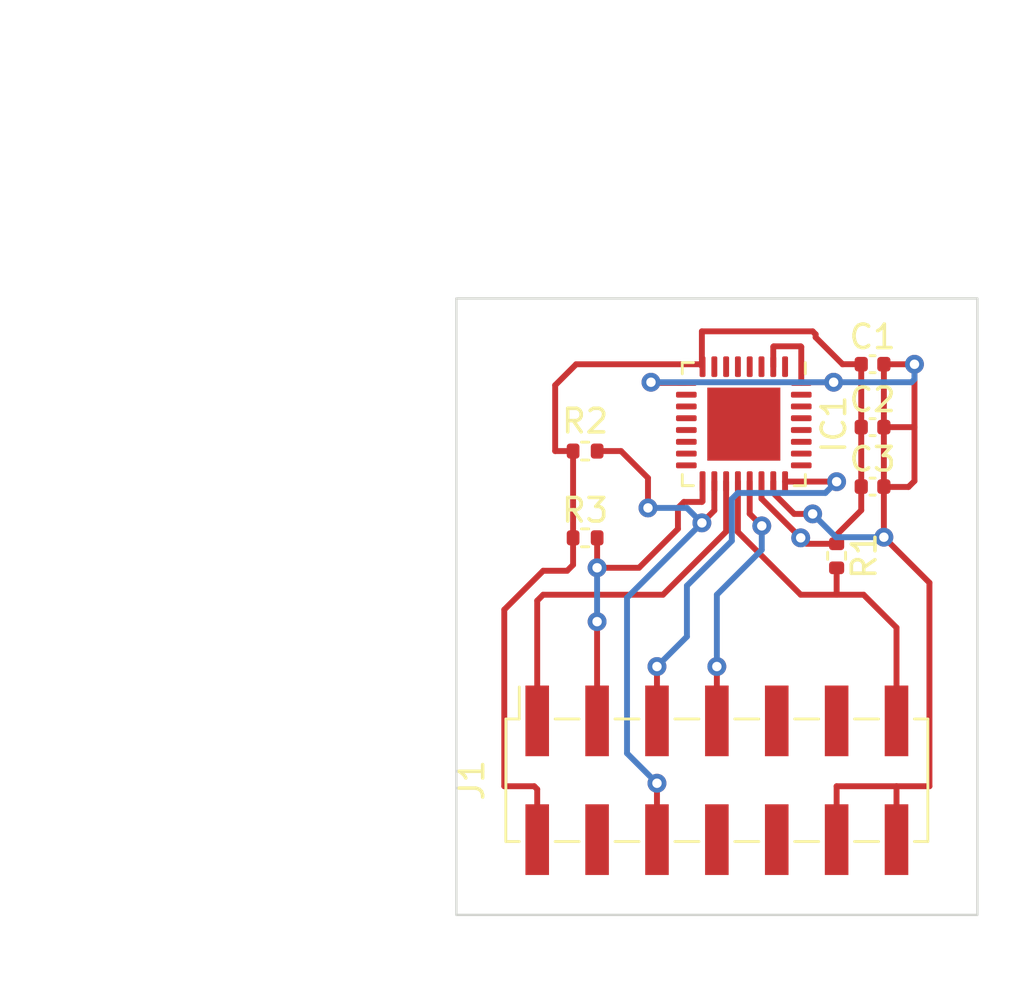
<source format=kicad_pcb>
(kicad_pcb (version 20211014) (generator pcbnew)
  (layers (0 "F.Cu" signal) (31 "B.Cu" signal) (34 "B.Paste" user) (35 "F.Paste" user) (36 "B.SilkS" user "B.Silkscreen") (37 "F.SilkS" user "F.Silkscreen") (38 "B.Mask" user) (39 "F.Mask" user) (44 "Edge.Cuts" user))
  (net 0 "")
  (net 1 "VDD")
  (net 2 "GND")
  (net 5 "RESET")
  (net 6 "IRQ")
  (net 7 "SPI_CLK")
  (net 8 "SPI_CS")
  (net 9 "SPI_MOSI")
  (net 10 "SPI_MISO")
  (footprint "Package_DFN_QFN:QFN-32-1EP_5x5mm_P0.5mm_EP3.1x3.1mm" (layer "F.Cu") (at 124.079 74.041 -90)
    (fp_text reference "IC1" (at 0 -3.82 90) (layer "F.SilkS"))
    (fp_text value "Infineon-SLB9670")
    (fp_line (start -2.61 2.61) (end -2.61 2.135) (layer "F.SilkS") (width 0.12))
    (fp_line (start -2.135 2.61) (end -2.61 2.61) (layer "F.SilkS") (width 0.12))
    (fp_line (start 2.135 2.61) (end 2.61 2.61) (layer "F.SilkS") (width 0.12))
    (fp_line (start -2.135 -2.61) (end -2.61 -2.61) (layer "F.SilkS") (width 0.12))
    (fp_line (start 2.135 -2.61) (end 2.61 -2.61) (layer "F.SilkS") (width 0.12))
    (fp_line (start 2.61 -2.61) (end 2.61 -2.135) (layer "F.SilkS") (width 0.12))
    (fp_line (start 2.61 2.61) (end 2.61 2.135) (layer "F.SilkS") (width 0.12))
    (pad "1" smd roundrect (at -2.4375 -1.75 270) (size 0.875 0.25) (layers "F.Cu" "F.Paste" "F.Mask"))
    (pad "2" smd roundrect (at -2.4375 -1.25 270) (size 0.875 0.25) (layers "F.Cu" "F.Paste" "F.Mask") (net 2 "GND"))
    (pad "3" smd roundrect (at -2.4375 -0.75 270) (size 0.875 0.25) (layers "F.Cu" "F.Paste" "F.Mask"))
    (pad "4" smd roundrect (at -2.4375 -0.25 270) (size 0.875 0.25) (layers "F.Cu" "F.Paste" "F.Mask"))
    (pad "5" smd roundrect (at -2.4375 0.25 270) (size 0.875 0.25) (layers "F.Cu" "F.Paste" "F.Mask"))
    (pad "6" smd roundrect (at -2.4375 0.75 270) (size 0.875 0.25) (layers "F.Cu" "F.Paste" "F.Mask"))
    (pad "7" smd roundrect (at -2.4375 1.25 270) (size 0.875 0.25) (layers "F.Cu" "F.Paste" "F.Mask"))
    (pad "8" smd roundrect (at -2.4375 1.75 270) (size 0.875 0.25) (layers "F.Cu" "F.Paste" "F.Mask") (net 1 "VDD"))
    (pad "9" smd roundrect (at -1.75 2.4375 270) (size 0.25 0.875) (layers "F.Cu" "F.Paste" "F.Mask") (net 2 "GND"))
    (pad "10" smd roundrect (at -1.25 2.4375 270) (size 0.25 0.875) (layers "F.Cu" "F.Paste" "F.Mask"))
    (pad "11" smd roundrect (at -0.75 2.4375 270) (size 0.25 0.875) (layers "F.Cu" "F.Paste" "F.Mask"))
    (pad "12" smd roundrect (at -0.25 2.4375 270) (size 0.25 0.875) (layers "F.Cu" "F.Paste" "F.Mask"))
    (pad "13" smd roundrect (at 0.25 2.4375 270) (size 0.25 0.875) (layers "F.Cu" "F.Paste" "F.Mask"))
    (pad "14" smd roundrect (at 0.75 2.4375 270) (size 0.25 0.875) (layers "F.Cu" "F.Paste" "F.Mask"))
    (pad "15" smd roundrect (at 1.25 2.4375 270) (size 0.25 0.875) (layers "F.Cu" "F.Paste" "F.Mask"))
    (pad "16" smd roundrect (at 1.75 2.4375 270) (size 0.25 0.875) (layers "F.Cu" "F.Paste" "F.Mask"))
    (pad "17" smd roundrect (at 2.4375 1.75 270) (size 0.875 0.25) (layers "F.Cu" "F.Paste" "F.Mask") (net 5 "RESET"))
    (pad "18" smd roundrect (at 2.4375 1.25 270) (size 0.875 0.25) (layers "F.Cu" "F.Paste" "F.Mask") (net 6 "IRQ"))
    (pad "19" smd roundrect (at 2.4375 0.75 270) (size 0.875 0.25) (layers "F.Cu" "F.Paste" "F.Mask") (net 7 "SPI_CLK"))
    (pad "20" smd roundrect (at 2.4375 0.25 270) (size 0.875 0.25) (layers "F.Cu" "F.Paste" "F.Mask") (net 8 "SPI_CS"))
    (pad "21" smd roundrect (at 2.4375 -0.25 270) (size 0.875 0.25) (layers "F.Cu" "F.Paste" "F.Mask") (net 9 "SPI_MOSI"))
    (pad "22" smd roundrect (at 2.4375 -0.75 270) (size 0.875 0.25) (layers "F.Cu" "F.Paste" "F.Mask") (net 1 "VDD"))
    (pad "23" smd roundrect (at 2.4375 -1.25 270) (size 0.875 0.25) (layers "F.Cu" "F.Paste" "F.Mask") (net 2 "GND"))
    (pad "24" smd roundrect (at 2.4375 -1.75 270) (size 0.875 0.25) (layers "F.Cu" "F.Paste" "F.Mask") (net 10 "SPI_MISO"))
    (pad "25" smd roundrect (at 1.75 -2.4375 270) (size 0.25 0.875) (layers "F.Cu" "F.Paste" "F.Mask"))
    (pad "26" smd roundrect (at 1.25 -2.4375 270) (size 0.25 0.875) (layers "F.Cu" "F.Paste" "F.Mask"))
    (pad "27" smd roundrect (at 0.75 -2.4375 270) (size 0.25 0.875) (layers "F.Cu" "F.Paste" "F.Mask"))
    (pad "28" smd roundrect (at 0.25 -2.4375 270) (size 0.25 0.875) (layers "F.Cu" "F.Paste" "F.Mask"))
    (pad "29" smd roundrect (at -0.25 -2.4375 270) (size 0.25 0.875) (layers "F.Cu" "F.Paste" "F.Mask"))
    (pad "30" smd roundrect (at -0.75 -2.4375 270) (size 0.25 0.875) (layers "F.Cu" "F.Paste" "F.Mask"))
    (pad "31" smd roundrect (at -1.25 -2.4375 270) (size 0.25 0.875) (layers "F.Cu" "F.Paste" "F.Mask"))
    (pad "32" smd roundrect (at -1.75 -2.4375 270) (size 0.25 0.875) (layers "F.Cu" "F.Paste" "F.Mask") (net 2 "GND"))
    (pad "33" smd rect (at 0 0 270) (size 3.1 3.1) (layers "F.Cu" "F.Mask"))
  )
  (footprint "Resistor_SMD:R_0402_1005Metric" (layer "F.Cu") (at 128.016 79.629 -90)
    (fp_text reference "R1" (at 0 -1.17 90) (layer "F.SilkS"))
    (fp_text value "10k")
    (fp_line (start -0.153641 0.38) (end 0.153641 0.38) (layer "F.SilkS") (width 0.12))
    (fp_line (start -0.153641 -0.38) (end 0.153641 -0.38) (layer "F.SilkS") (width 0.12))
    (pad "1" smd roundrect (at -0.51 0 270) (size 0.54 0.64) (layers "F.Cu" "F.Paste" "F.Mask") (net 1 "VDD"))
    (pad "2" smd roundrect (at 0.51 0 270) (size 0.54 0.64) (layers "F.Cu" "F.Paste" "F.Mask") (net 8 "SPI_CS"))
  )
  (footprint "Connector_PinSocket_2.54mm:PinSocket_2x07_P2.54mm_Vertical_SMD" (layer "F.Cu") (at 122.936 89.154 90)
    (fp_text reference "J1" (at 0 -10.39 90) (layer "F.SilkS"))
    (fp_text value "Conn_02x07_Odd_Even")
    (fp_line (start 2.6 -8.38) (end 3.96 -8.38) (layer "F.SilkS") (width 0.12))
    (fp_line (start -2.6 -1.78) (end -2.6 -0.76) (layer "F.SilkS") (width 0.12))
    (fp_line (start 2.6 -4.32) (end 2.6 -3.3) (layer "F.SilkS") (width 0.12))
    (fp_line (start -2.6 -6.86) (end -2.6 -5.84) (layer "F.SilkS") (width 0.12))
    (fp_line (start -2.6 0.76) (end -2.6 1.78) (layer "F.SilkS") (width 0.12))
    (fp_line (start -2.6 5.84) (end -2.6 6.86) (layer "F.SilkS") (width 0.12))
    (fp_line (start -2.6 3.3) (end -2.6 4.32) (layer "F.SilkS") (width 0.12))
    (fp_line (start 2.6 -6.86) (end 2.6 -5.84) (layer "F.SilkS") (width 0.12))
    (fp_line (start -2.6 -4.32) (end -2.6 -3.3) (layer "F.SilkS") (width 0.12))
    (fp_line (start 2.6 -8.95) (end 2.6 -8.38) (layer "F.SilkS") (width 0.12))
    (fp_line (start 2.6 8.38) (end 2.6 8.95) (layer "F.SilkS") (width 0.12))
    (fp_line (start -2.6 -8.95) (end -2.6 -8.38) (layer "F.SilkS") (width 0.12))
    (fp_line (start -2.6 8.95) (end 2.6 8.95) (layer "F.SilkS") (width 0.12))
    (fp_line (start 2.6 3.3) (end 2.6 4.32) (layer "F.SilkS") (width 0.12))
    (fp_line (start 2.6 5.84) (end 2.6 6.86) (layer "F.SilkS") (width 0.12))
    (fp_line (start -2.6 -8.95) (end 2.6 -8.95) (layer "F.SilkS") (width 0.12))
    (fp_line (start 2.6 0.76) (end 2.6 1.78) (layer "F.SilkS") (width 0.12))
    (fp_line (start -2.6 8.38) (end -2.6 8.95) (layer "F.SilkS") (width 0.12))
    (fp_line (start 2.6 -1.78) (end 2.6 -0.76) (layer "F.SilkS") (width 0.12))
    (pad "1" smd rect (at 2.52 -7.62 90) (size 3 1) (layers "F.Cu" "F.Paste" "F.Mask") (net 7 "SPI_CLK"))
    (pad "2" smd rect (at -2.52 -7.62 90) (size 3 1) (layers "F.Cu" "F.Paste" "F.Mask") (net 1 "VDD"))
    (pad "3" smd rect (at 2.52 -5.08 90) (size 3 1) (layers "F.Cu" "F.Paste" "F.Mask") (net 5 "RESET"))
    (pad "4" smd rect (at -2.52 -5.08 90) (size 3 1) (layers "F.Cu" "F.Paste" "F.Mask"))
    (pad "5" smd rect (at 2.52 -2.54 90) (size 3 1) (layers "F.Cu" "F.Paste" "F.Mask") (net 10 "SPI_MISO"))
    (pad "6" smd rect (at -2.52 -2.54 90) (size 3 1) (layers "F.Cu" "F.Paste" "F.Mask") (net 6 "IRQ"))
    (pad "7" smd rect (at 2.52 0 90) (size 3 1) (layers "F.Cu" "F.Paste" "F.Mask") (net 9 "SPI_MOSI"))
    (pad "8" smd rect (at -2.52 0 90) (size 3 1) (layers "F.Cu" "F.Paste" "F.Mask"))
    (pad "9" smd rect (at 2.52 2.54 90) (size 3 1) (layers "F.Cu" "F.Paste" "F.Mask"))
    (pad "10" smd rect (at -2.52 2.54 90) (size 3 1) (layers "F.Cu" "F.Paste" "F.Mask"))
    (pad "11" smd rect (at 2.52 5.08 90) (size 3 1) (layers "F.Cu" "F.Paste" "F.Mask"))
    (pad "12" smd rect (at -2.52 5.08 90) (size 3 1) (layers "F.Cu" "F.Paste" "F.Mask") (net 2 "GND"))
    (pad "13" smd rect (at 2.52 7.62 90) (size 3 1) (layers "F.Cu" "F.Paste" "F.Mask") (net 8 "SPI_CS"))
    (pad "14" smd rect (at -2.52 7.62 90) (size 3 1) (layers "F.Cu" "F.Paste" "F.Mask") (net 2 "GND"))
  )
  (footprint "Capacitor_SMD:C_0402_1005Metric" (layer "F.Cu") (at 129.54 76.692)
    (fp_text reference "C3" (at 0 -1.16) (layer "F.SilkS"))
    (fp_text value "100n")
    (fp_line (start -0.107836 0.36) (end 0.107836 0.36) (layer "F.SilkS") (width 0.12))
    (fp_line (start -0.107836 -0.36) (end 0.107836 -0.36) (layer "F.SilkS") (width 0.12))
    (pad "1" smd roundrect (at -0.48 0) (size 0.56 0.62) (layers "F.Cu" "F.Paste" "F.Mask") (net 1 "VDD"))
    (pad "2" smd roundrect (at 0.48 0) (size 0.56 0.62) (layers "F.Cu" "F.Paste" "F.Mask") (net 2 "GND"))
  )
  (footprint "Resistor_SMD:R_0402_1005Metric" (layer "F.Cu") (at 117.348 78.867)
    (fp_text reference "R3" (at 0 -1.17) (layer "F.SilkS"))
    (fp_text value "10k")
    (fp_line (start -0.153641 0.38) (end 0.153641 0.38) (layer "F.SilkS") (width 0.12))
    (fp_line (start -0.153641 -0.38) (end 0.153641 -0.38) (layer "F.SilkS") (width 0.12))
    (pad "1" smd roundrect (at -0.51 0) (size 0.54 0.64) (layers "F.Cu" "F.Paste" "F.Mask") (net 1 "VDD"))
    (pad "2" smd roundrect (at 0.51 0) (size 0.54 0.64) (layers "F.Cu" "F.Paste" "F.Mask") (net 5 "RESET"))
  )
  (footprint "Capacitor_SMD:C_0402_1005Metric" (layer "F.Cu") (at 129.54 74.168)
    (fp_text reference "C2" (at 0 -1.16) (layer "F.SilkS"))
    (fp_text value "100n")
    (fp_line (start -0.107836 0.36) (end 0.107836 0.36) (layer "F.SilkS") (width 0.12))
    (fp_line (start -0.107836 -0.36) (end 0.107836 -0.36) (layer "F.SilkS") (width 0.12))
    (pad "1" smd roundrect (at -0.48 0) (size 0.56 0.62) (layers "F.Cu" "F.Paste" "F.Mask") (net 1 "VDD"))
    (pad "2" smd roundrect (at 0.48 0) (size 0.56 0.62) (layers "F.Cu" "F.Paste" "F.Mask") (net 2 "GND"))
  )
  (footprint "Resistor_SMD:R_0402_1005Metric" (layer "F.Cu") (at 117.348 75.184)
    (fp_text reference "R2" (at 0 -1.27) (layer "F.SilkS"))
    (fp_text value "10k")
    (fp_line (start -0.153641 0.38) (end 0.153641 0.38) (layer "F.SilkS") (width 0.12))
    (fp_line (start -0.153641 -0.38) (end 0.153641 -0.38) (layer "F.SilkS") (width 0.12))
    (pad "1" smd roundrect (at -0.51 0) (size 0.54 0.64) (layers "F.Cu" "F.Paste" "F.Mask") (net 1 "VDD"))
    (pad "2" smd roundrect (at 0.51 0) (size 0.54 0.64) (layers "F.Cu" "F.Paste" "F.Mask") (net 6 "IRQ"))
  )
  (footprint "Capacitor_SMD:C_0402_1005Metric" (layer "F.Cu") (at 129.54 71.497)
    (fp_text reference "C1" (at 0 -1.16) (layer "F.SilkS"))
    (fp_text value "1u")
    (fp_line (start -0.107836 0.36) (end 0.107836 0.36) (layer "F.SilkS") (width 0.12))
    (fp_line (start -0.107836 -0.36) (end 0.107836 -0.36) (layer "F.SilkS") (width 0.12))
    (pad "1" smd roundrect (at -0.48 0) (size 0.56 0.62) (layers "F.Cu" "F.Paste" "F.Mask") (net 1 "VDD"))
    (pad "2" smd roundrect (at 0.48 0) (size 0.56 0.62) (layers "F.Cu" "F.Paste" "F.Mask") (net 2 "GND"))
  )
  (gr_rect (start 111.887 68.707) (end 133.985 94.869) (layer "Edge.Cuts") (width 0.1) (fill none))
  (segment (start 126.744 79.119) (end 126.492 78.867) (width 0.25) (layer "F.Cu") (net 1))
  (segment (start 116.586 80.264) (end 116.838 80.012) (width 0.25) (layer "F.Cu") (net 1))
  (segment (start 122.301 71.5755) (end 122.329 71.6035) (width 0.25) (layer "F.Cu") (net 1))
  (segment (start 116.078 72.39) (end 116.967 71.501) (width 0.25) (layer "F.Cu") (net 1))
  (segment (start 128.016 78.74) (end 129.06 77.696) (width 0.25) (layer "F.Cu") (net 1))
  (segment (start 128.016 79.119) (end 126.744 79.119) (width 0.25) (layer "F.Cu") (net 1))
  (segment (start 115.189 89.408) (end 113.919 89.408) (width 0.25) (layer "F.Cu") (net 1))
  (segment (start 113.919 89.408) (end 113.919 81.915) (width 0.25) (layer "F.Cu") (net 1))
  (segment (start 124.829 76.4785) (end 124.829 77.204) (width 0.25) (layer "F.Cu") (net 1))
  (segment (start 127.127 70.358) (end 127.127 70.231) (width 0.25) (layer "F.Cu") (net 1))
  (segment (start 113.919 81.915) (end 115.57 80.264) (width 0.25) (layer "F.Cu") (net 1))
  (segment (start 128.27 71.501) (end 127.127 70.358) (width 0.25) (layer "F.Cu") (net 1))
  (segment (start 127 70.104) (end 122.301 70.104) (width 0.25) (layer "F.Cu") (net 1))
  (segment (start 116.838 80.012) (end 116.838 78.867) (width 0.25) (layer "F.Cu") (net 1))
  (segment (start 122.2265 71.501) (end 122.329 71.6035) (width 0.25) (layer "F.Cu") (net 1))
  (segment (start 116.838 78.867) (end 116.838 75.184) (width 0.25) (layer "F.Cu") (net 1))
  (segment (start 122.301 70.104) (end 122.301 71.5755) (width 0.25) (layer "F.Cu") (net 1))
  (segment (start 116.838 75.184) (end 116.078 75.184) (width 0.25) (layer "F.Cu") (net 1))
  (segment (start 115.316 89.535) (end 115.189 89.408) (width 0.25) (layer "F.Cu") (net 1))
  (segment (start 129.06 71.497) (end 128.274 71.497) (width 0.25) (layer "F.Cu") (net 1))
  (segment (start 128.016 79.119) (end 128.016 78.74) (width 0.25) (layer "F.Cu") (net 1))
  (segment (start 115.57 80.264) (end 116.586 80.264) (width 0.25) (layer "F.Cu") (net 1))
  (segment (start 129.06 71.497) (end 129.06 74.168) (width 0.25) (layer "F.Cu") (net 1))
  (segment (start 116.967 71.501) (end 122.2265 71.501) (width 0.25) (layer "F.Cu") (net 1))
  (segment (start 116.078 75.184) (end 116.078 72.39) (width 0.25) (layer "F.Cu") (net 1))
  (segment (start 115.316 91.674) (end 115.316 89.535) (width 0.25) (layer "F.Cu") (net 1))
  (segment (start 128.274 71.497) (end 128.27 71.501) (width 0.25) (layer "F.Cu") (net 1))
  (segment (start 129.06 77.696) (end 129.06 76.692) (width 0.25) (layer "F.Cu") (net 1))
  (segment (start 127.127 70.231) (end 127 70.104) (width 0.25) (layer "F.Cu") (net 1))
  (segment (start 129.06 74.168) (end 129.06 76.692) (width 0.25) (layer "F.Cu") (net 1))
  (segment (start 124.829 77.204) (end 126.492 78.867) (width 0.25) (layer "F.Cu") (net 1))
  (via (at 126.492 78.867) (size 0.8) (drill 0.4) (layers "F.Cu" "B.Cu") (net 1))
  (segment (start 131.318 76.454) (end 131.064 76.708) (width 0.25) (layer "F.Cu") (net 2))
  (segment (start 128.016 91.674) (end 128.016 89.408) (width 0.25) (layer "F.Cu") (net 2))
  (segment (start 126.492 70.739) (end 126.5165 70.7635) (width 0.25) (layer "F.Cu") (net 2))
  (segment (start 125.329 76.4785) (end 125.329 76.964008) (width 0.25) (layer "F.Cu") (net 2))
  (segment (start 131.318 71.501) (end 131.318 74.168) (width 0.25) (layer "F.Cu") (net 2))
  (segment (start 130.02 71.497) (end 130.02 74.168) (width 0.25) (layer "F.Cu") (net 2))
  (segment (start 126.5445 72.263) (end 126.5165 72.291) (width 0.25) (layer "F.Cu") (net 2))
  (segment (start 131.064 76.708) (end 130.036 76.708) (width 0.25) (layer "F.Cu") (net 2))
  (segment (start 121.6415 72.291) (end 120.17 72.291) (width 0.25) (layer "F.Cu") (net 2))
  (segment (start 126.5165 70.7635) (end 126.5165 72.291) (width 0.25) (layer "F.Cu") (net 2))
  (segment (start 130.02 78.839) (end 130.02 76.692) (width 0.25) (layer "F.Cu") (net 2))
  (segment (start 120.17 72.291) (end 120.142 72.263) (width 0.25) (layer "F.Cu") (net 2))
  (segment (start 130.02 74.168) (end 131.318 74.168) (width 0.25) (layer "F.Cu") (net 2))
  (segment (start 130.556 89.408) (end 130.556 91.674) (width 0.25) (layer "F.Cu") (net 2))
  (segment (start 125.349 70.739) (end 126.492 70.739) (width 0.25) (layer "F.Cu") (net 2))
  (segment (start 126.215992 77.851) (end 127 77.851) (width 0.25) (layer "F.Cu") (net 2))
  (segment (start 125.329 71.6035) (end 125.329 70.759) (width 0.25) (layer "F.Cu") (net 2))
  (segment (start 131.318 74.168) (end 131.318 76.454) (width 0.25) (layer "F.Cu") (net 2))
  (segment (start 131.953 89.408) (end 131.953 80.772) (width 0.25) (layer "F.Cu") (net 2))
  (segment (start 131.318 71.501) (end 130.024 71.501) (width 0.25) (layer "F.Cu") (net 2))
  (segment (start 125.329 76.964008) (end 126.215992 77.851) (width 0.25) (layer "F.Cu") (net 2))
  (segment (start 130.02 74.168) (end 130.02 76.692) (width 0.25) (layer "F.Cu") (net 2))
  (segment (start 128.016 89.408) (end 130.556 89.408) (width 0.25) (layer "F.Cu") (net 2))
  (segment (start 125.329 70.759) (end 125.349 70.739) (width 0.25) (layer "F.Cu") (net 2))
  (segment (start 130.036 76.708) (end 130.02 76.692) (width 0.25) (layer "F.Cu") (net 2))
  (segment (start 130.024 71.501) (end 130.02 71.497) (width 0.25) (layer "F.Cu") (net 2))
  (segment (start 130.556 89.408) (end 131.953 89.408) (width 0.25) (layer "F.Cu") (net 2))
  (segment (start 131.953 80.772) (end 130.02 78.839) (width 0.25) (layer "F.Cu") (net 2))
  (segment (start 127.889 72.263) (end 126.5445 72.263) (width 0.25) (layer "F.Cu") (net 2))
  (via (at 127.889 72.263) (size 0.8) (drill 0.4) (layers "F.Cu" "B.Cu") (net 2))
  (via (at 120.142 72.263) (size 0.8) (drill 0.4) (layers "F.Cu" "B.Cu") (net 2))
  (via (at 131.318 71.501) (size 0.8) (drill 0.4) (layers "F.Cu" "B.Cu") (net 2))
  (via (at 127 77.851) (size 0.8) (drill 0.4) (layers "F.Cu" "B.Cu") (net 2))
  (via (at 130.02 78.839) (size 0.8) (drill 0.4) (layers "F.Cu" "B.Cu") (net 2))
  (segment (start 120.142 72.263) (end 127.889 72.263) (width 0.25) (layer "B.Cu") (net 2))
  (segment (start 131.318 72.136) (end 131.191 72.263) (width 0.25) (layer "B.Cu") (net 2))
  (segment (start 127.988 78.839) (end 130.02 78.839) (width 0.25) (layer "B.Cu") (net 2))
  (segment (start 131.318 71.501) (end 131.318 72.136) (width 0.25) (layer "B.Cu") (net 2))
  (segment (start 127 77.851) (end 127.988 78.839) (width 0.25) (layer "B.Cu") (net 2))
  (segment (start 131.191 72.263) (end 127.889 72.263) (width 0.25) (layer "B.Cu") (net 2))
  (segment (start 117.858 80.135) (end 117.856 80.137) (width 0.25) (layer "F.Cu") (net 5))
  (segment (start 117.858 78.867) (end 117.858 80.135) (width 0.25) (layer "F.Cu") (net 5))
  (segment (start 121.285 77.597) (end 121.285 78.486) (width 0.25) (layer "F.Cu") (net 5))
  (segment (start 122.301 77.343) (end 121.539 77.343) (width 0.25) (layer "F.Cu") (net 5))
  (segment (start 122.329 76.4785) (end 122.329 77.315) (width 0.25) (layer "F.Cu") (net 5))
  (segment (start 119.634 80.137) (end 117.856 80.137) (width 0.25) (layer "F.Cu") (net 5))
  (segment (start 117.856 86.634) (end 117.856 82.423) (width 0.25) (layer "F.Cu") (net 5))
  (segment (start 122.329 77.315) (end 122.301 77.343) (width 0.25) (layer "F.Cu") (net 5))
  (segment (start 121.285 78.486) (end 119.634 80.137) (width 0.25) (layer "F.Cu") (net 5))
  (segment (start 121.539 77.343) (end 121.285 77.597) (width 0.25) (layer "F.Cu") (net 5))
  (via (at 117.856 80.137) (size 0.8) (drill 0.4) (layers "F.Cu" "B.Cu") (net 5))
  (via (at 117.856 82.423) (size 0.8) (drill 0.4) (layers "F.Cu" "B.Cu") (net 5))
  (segment (start 117.856 82.423) (end 117.856 80.137) (width 0.25) (layer "B.Cu") (net 5))
  (segment (start 118.872 75.184) (end 120.015 76.327) (width 0.25) (layer "F.Cu") (net 6))
  (segment (start 120.015 76.327) (end 120.015 77.597) (width 0.25) (layer "F.Cu") (net 6))
  (segment (start 120.396 89.281) (end 120.396 91.674) (width 0.25) (layer "F.Cu") (net 6))
  (segment (start 117.858 75.184) (end 118.872 75.184) (width 0.25) (layer "F.Cu") (net 6))
  (segment (start 122.829 77.704) (end 122.301 78.232) (width 0.25) (layer "F.Cu") (net 6))
  (segment (start 122.829 76.4785) (end 122.829 77.704) (width 0.25) (layer "F.Cu") (net 6))
  (via (at 122.301 78.232) (size 0.8) (drill 0.4) (layers "F.Cu" "B.Cu") (net 6))
  (via (at 120.015 77.597) (size 0.8) (drill 0.4) (layers "F.Cu" "B.Cu") (net 6))
  (via (at 120.396 89.281) (size 0.8) (drill 0.4) (layers "F.Cu" "B.Cu") (net 6))
  (segment (start 119.126 81.407) (end 122.301 78.232) (width 0.25) (layer "B.Cu") (net 6))
  (segment (start 120.396 89.281) (end 119.126 88.011) (width 0.25) (layer "B.Cu") (net 6))
  (segment (start 120.015 77.597) (end 121.666 77.597) (width 0.25) (layer "B.Cu") (net 6))
  (segment (start 121.666 77.597) (end 122.301 78.232) (width 0.25) (layer "B.Cu") (net 6))
  (segment (start 119.126 88.011) (end 119.126 81.407) (width 0.25) (layer "B.Cu") (net 6))
  (segment (start 123.329 78.601) (end 120.65 81.28) (width 0.25) (layer "F.Cu") (net 7))
  (segment (start 115.57 81.28) (end 115.316 81.534) (width 0.25) (layer "F.Cu") (net 7))
  (segment (start 120.65 81.28) (end 115.57 81.28) (width 0.25) (layer "F.Cu") (net 7))
  (segment (start 115.316 81.534) (end 115.316 86.634) (width 0.25) (layer "F.Cu") (net 7))
  (segment (start 123.329 76.4785) (end 123.329 78.601) (width 0.25) (layer "F.Cu") (net 7))
  (segment (start 129.159 81.28) (end 130.556 82.677) (width 0.25) (layer "F.Cu") (net 8))
  (segment (start 130.556 82.677) (end 130.556 86.634) (width 0.25) (layer "F.Cu") (net 8))
  (segment (start 126.492 81.28) (end 128.016 81.28) (width 0.25) (layer "F.Cu") (net 8))
  (segment (start 128.016 81.28) (end 129.159 81.28) (width 0.25) (layer "F.Cu") (net 8))
  (segment (start 128.016 80.139) (end 128.016 81.28) (width 0.25) (layer "F.Cu") (net 8))
  (segment (start 123.829 76.4785) (end 123.829 78.609) (width 0.25) (layer "F.Cu") (net 8))
  (segment (start 123.829 78.609) (end 123.825 78.613) (width 0.25) (layer "F.Cu") (net 8))
  (segment (start 123.825 78.613) (end 126.492 81.28) (width 0.25) (layer "F.Cu") (net 8))
  (segment (start 124.329 76.4785) (end 124.329 77.847) (width 0.25) (layer "F.Cu") (net 9))
  (segment (start 122.936 84.328) (end 122.936 86.634) (width 0.25) (layer "F.Cu") (net 9))
  (segment (start 124.329 77.847) (end 124.841 78.359) (width 0.25) (layer "F.Cu") (net 9))
  (via (at 122.936 84.328) (size 0.8) (drill 0.4) (layers "F.Cu" "B.Cu") (net 9))
  (via (at 124.841 78.359) (size 0.8) (drill 0.4) (layers "F.Cu" "B.Cu") (net 9))
  (segment (start 124.841 79.375) (end 122.936 81.28) (width 0.25) (layer "B.Cu") (net 9))
  (segment (start 122.936 81.28) (end 122.936 84.328) (width 0.25) (layer "B.Cu") (net 9))
  (segment (start 124.841 78.359) (end 124.841 79.375) (width 0.25) (layer "B.Cu") (net 9))
  (segment (start 120.396 84.328) (end 120.396 86.634) (width 0.25) (layer "F.Cu") (net 10))
  (segment (start 125.829 76.4785) (end 128.01 76.4785) (width 0.25) (layer "F.Cu") (net 10))
  (segment (start 128.01 76.4785) (end 128.016 76.4845) (width 0.25) (layer "F.Cu") (net 10))
  (via (at 120.396 84.328) (size 0.8) (drill 0.4) (layers "F.Cu" "B.Cu") (net 10))
  (via (at 128.016 76.4845) (size 0.8) (drill 0.4) (layers "F.Cu" "B.Cu") (net 10))
  (segment (start 123.825 76.962) (end 127.5385 76.962) (width 0.25) (layer "B.Cu") (net 10))
  (segment (start 123.571 77.216) (end 123.825 76.962) (width 0.25) (layer "B.Cu") (net 10))
  (segment (start 123.571 78.994) (end 123.571 77.216) (width 0.25) (layer "B.Cu") (net 10))
  (segment (start 121.666 83.058) (end 121.666 80.899) (width 0.25) (layer "B.Cu") (net 10))
  (segment (start 127.5385 76.962) (end 128.016 76.4845) (width 0.25) (layer "B.Cu") (net 10))
  (segment (start 121.666 80.899) (end 123.571 78.994) (width 0.25) (layer "B.Cu") (net 10))
  (segment (start 120.396 84.328) (end 121.666 83.058) (width 0.25) (layer "B.Cu") (net 10))
)
</source>
